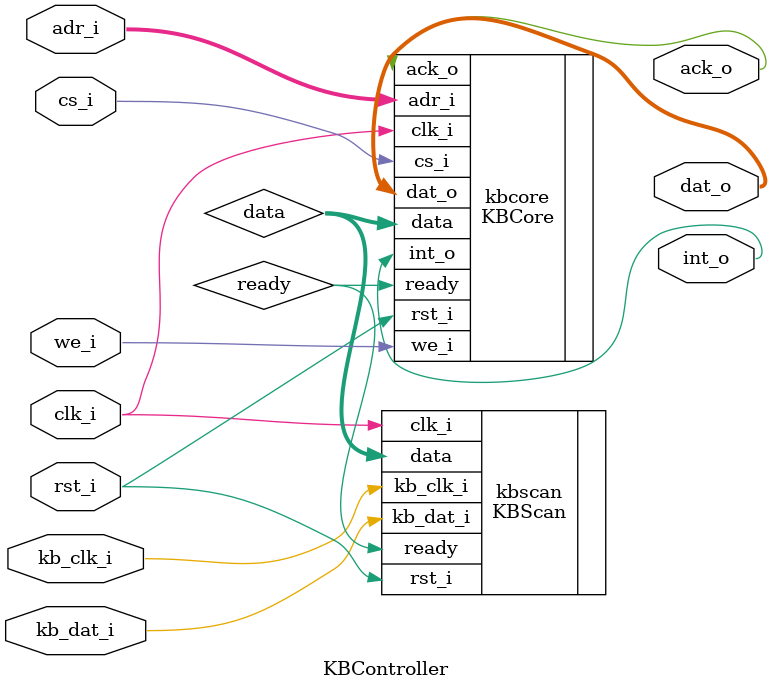
<source format=v>
module KBController(
						clk_i,
						rst_i,
						kb_clk_i,
						kb_dat_i,
						cs_i,
						we_i,
						adr_i,
						dat_o,
						int_o,
						ack_o
						
);
input clk_i,rst_i;
/* KeyBoard */
input kb_clk_i,kb_dat_i;
/* Bus */
input cs_i,we_i;
output ack_o;
input [31:0] adr_i;
output [31:0] dat_o;
/* CPU Core */
output int_o;
		wire ready;
		wire [7:0] data;
		KBScan kbscan(
			.clk_i(clk_i),
			.rst_i(rst_i),
			.kb_clk_i(kb_clk_i),
			.kb_dat_i(kb_dat_i),
			.ready(ready),
			.data(data)
		);
		
		KBCore kbcore(
				.clk_i(clk_i),
				.rst_i(rst_i),
				.cs_i(cs_i),
				.we_i(we_i),
				.dat_o(dat_o),
				.ack_o(ack_o),
				.adr_i(adr_i),
				.int_o(int_o),
				.data(data),
				.ready(ready)
);
endmodule

</source>
